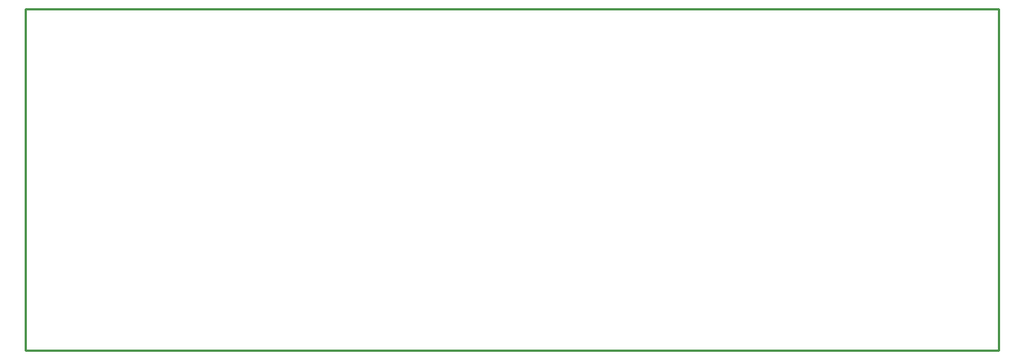
<source format=gm1>
G04*
G04 #@! TF.GenerationSoftware,Altium Limited,Altium Designer,21.9.2 (33)*
G04*
G04 Layer_Color=16711935*
%FSLAX25Y25*%
%MOIN*%
G70*
G04*
G04 #@! TF.SameCoordinates,71731F73-6267-4C2E-880F-46C8AFF31373*
G04*
G04*
G04 #@! TF.FilePolarity,Positive*
G04*
G01*
G75*
%ADD12C,0.01000*%
D12*
X-427000Y-145500D02*
Y7000D01*
X7500Y-145500D02*
Y7000D01*
X-427000D02*
X7500D01*
X-427000Y-145500D02*
X7500D01*
M02*

</source>
